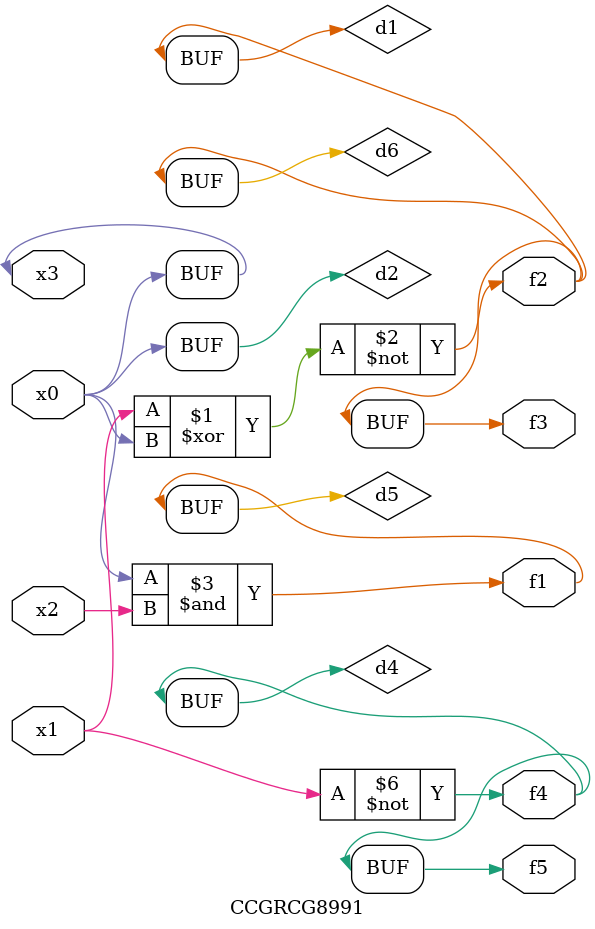
<source format=v>
module CCGRCG8991(
	input x0, x1, x2, x3,
	output f1, f2, f3, f4, f5
);

	wire d1, d2, d3, d4, d5, d6;

	xnor (d1, x1, x3);
	buf (d2, x0, x3);
	nand (d3, x0, x2);
	not (d4, x1);
	nand (d5, d3);
	or (d6, d1);
	assign f1 = d5;
	assign f2 = d6;
	assign f3 = d6;
	assign f4 = d4;
	assign f5 = d4;
endmodule

</source>
